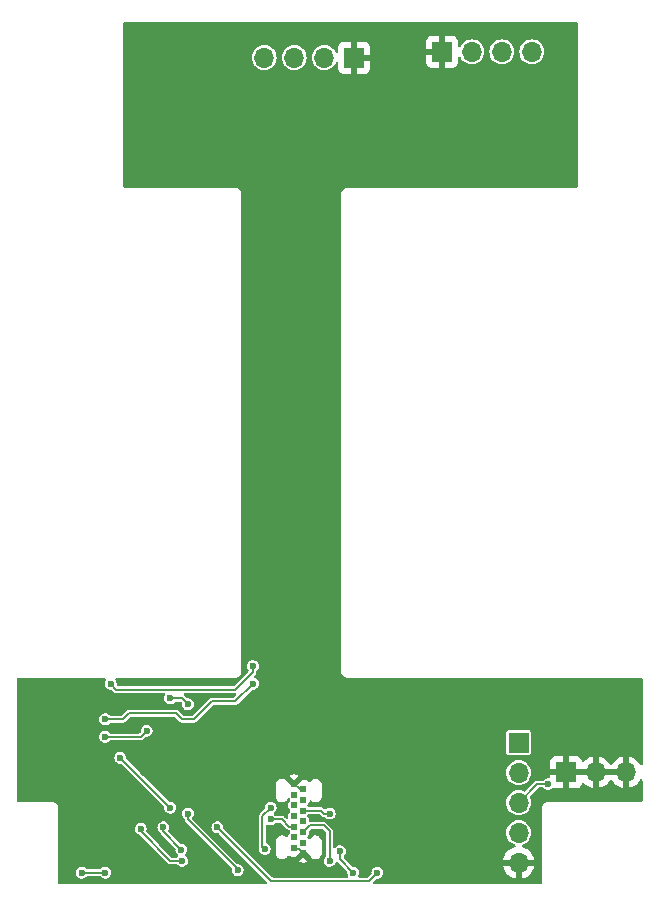
<source format=gbr>
%TF.GenerationSoftware,KiCad,Pcbnew,8.0.7*%
%TF.CreationDate,2024-12-26T00:03:12+08:00*%
%TF.ProjectId,The Button,54686520-4275-4747-946f-6e2e6b696361,rev?*%
%TF.SameCoordinates,Original*%
%TF.FileFunction,Copper,L2,Bot*%
%TF.FilePolarity,Positive*%
%FSLAX46Y46*%
G04 Gerber Fmt 4.6, Leading zero omitted, Abs format (unit mm)*
G04 Created by KiCad (PCBNEW 8.0.7) date 2024-12-26 00:03:12*
%MOMM*%
%LPD*%
G01*
G04 APERTURE LIST*
%TA.AperFunction,ComponentPad*%
%ADD10R,1.700000X1.700000*%
%TD*%
%TA.AperFunction,ComponentPad*%
%ADD11O,1.700000X1.700000*%
%TD*%
%TA.AperFunction,ComponentPad*%
%ADD12C,0.609600*%
%TD*%
%TA.AperFunction,ViaPad*%
%ADD13C,0.600000*%
%TD*%
%TA.AperFunction,Conductor*%
%ADD14C,0.200000*%
%TD*%
%TA.AperFunction,Conductor*%
%ADD15C,0.160000*%
%TD*%
G04 APERTURE END LIST*
D10*
%TO.P,J5,1,Pin_1*%
%TO.N,VDD_3V*%
X189500000Y-85500000D03*
D11*
%TO.P,J5,2,Pin_2*%
%TO.N,SWDIO*%
X189500000Y-88040000D03*
%TO.P,J5,3,Pin_3*%
%TO.N,SWDCLK*%
X189500000Y-90580000D03*
%TO.P,J5,4,Pin_4*%
%TO.N,NRST*%
X189500000Y-93120000D03*
%TO.P,J5,5,Pin_5*%
%TO.N,GND*%
X189500000Y-95660000D03*
%TD*%
D10*
%TO.P,J1,1,Pin_1*%
%TO.N,GND*%
X193500000Y-88000000D03*
D11*
%TO.P,J1,2,Pin_2*%
X196040000Y-88000000D03*
%TO.P,J1,3,Pin_3*%
X198580000Y-88000000D03*
%TD*%
D10*
%TO.P,J3,1,Pin_1*%
%TO.N,GND*%
X183000000Y-27000000D03*
D11*
%TO.P,J3,2,Pin_2*%
%TO.N,Net-(J3-Pin_2)*%
X185540000Y-27000000D03*
%TO.P,J3,3,Pin_3*%
%TO.N,Net-(J3-Pin_3)*%
X188080000Y-27000000D03*
%TO.P,J3,4,Pin_4*%
%TO.N,Net-(J3-Pin_4)*%
X190620000Y-27000000D03*
%TD*%
D12*
%TO.P,J2,A1,GND*%
%TO.N,GND*%
X170500000Y-94399999D03*
%TO.P,J2,A4,VBUS*%
%TO.N,VDDA_5V*%
X170500000Y-93499998D03*
%TO.P,J2,A5,CC1*%
%TO.N,Net-(J2-CC1)*%
X170500000Y-92600000D03*
%TO.P,J2,A6,DP1*%
%TO.N,D_P*%
X170500000Y-91699999D03*
%TO.P,J2,A7,DN1*%
%TO.N,D_N*%
X170500000Y-90799999D03*
%TO.P,J2,A9,VBUS*%
%TO.N,VDDA_5V*%
X170500000Y-89900000D03*
%TO.P,J2,A12,GND*%
%TO.N,GND*%
X170500000Y-89000000D03*
%TO.P,J2,B1,GND*%
X171280001Y-89450000D03*
%TO.P,J2,B4,VBUS*%
%TO.N,VDDA_5V*%
X171280001Y-90350000D03*
%TO.P,J2,B5,CC2*%
%TO.N,Net-(J2-CC2)*%
X171280001Y-91249999D03*
%TO.P,J2,B6,DP2*%
%TO.N,D_P*%
X171280001Y-92149999D03*
%TO.P,J2,B7,DN2*%
%TO.N,D_N*%
X171280001Y-93050000D03*
%TO.P,J2,B9,VBUS*%
%TO.N,VDDA_5V*%
X171280001Y-93949998D03*
%TO.P,J2,B12,GND*%
%TO.N,GND*%
X171280001Y-94849999D03*
%TD*%
D10*
%TO.P,J4,1,Pin_1*%
%TO.N,GND*%
X175580000Y-27500000D03*
D11*
%TO.P,J4,2,Pin_2*%
%TO.N,/BTN_LO*%
X173040000Y-27500000D03*
%TO.P,J4,3,Pin_3*%
%TO.N,/BTN_HI*%
X170500000Y-27500000D03*
%TO.P,J4,4,Pin_4*%
%TO.N,/BTN_KEY*%
X167960000Y-27500000D03*
%TD*%
D13*
%TO.N,GND*%
X171500000Y-80500000D03*
X162000000Y-89500000D03*
X172000000Y-30000000D03*
X189500000Y-30000000D03*
X186500000Y-96500000D03*
X180500000Y-85500000D03*
X184710000Y-93000000D03*
X170247954Y-79747954D03*
X173000000Y-81000000D03*
X162853575Y-83654610D03*
X186500000Y-87500000D03*
X153000000Y-94500000D03*
X184000000Y-33000000D03*
X166500000Y-93500000D03*
X159977283Y-92009659D03*
X149000000Y-86500000D03*
X158000000Y-86500000D03*
X173500000Y-83000000D03*
X155000000Y-87000000D03*
X157500000Y-83730000D03*
X181500000Y-93500000D03*
X149500000Y-90000000D03*
X193500000Y-81500000D03*
X151500000Y-96500000D03*
X152210000Y-91502046D03*
X156500000Y-94500000D03*
X169500000Y-34500000D03*
X167500000Y-84500000D03*
X152000000Y-82000000D03*
X186000000Y-81000000D03*
X169000000Y-29500000D03*
%TO.N,/BTN_KEY*%
X154950457Y-80500000D03*
X167000000Y-79000000D03*
%TO.N,/BTN_HI*%
X154500000Y-83500000D03*
X167000000Y-80500000D03*
%TO.N,/BTN_LO*%
X158000000Y-84500000D03*
X154500000Y-85000000D03*
%TO.N,USR_LED_2*%
X160000000Y-91000000D03*
X164000000Y-92662500D03*
X155775000Y-86775000D03*
X177550000Y-96500002D03*
%TO.N,Net-(D3-K)*%
X174375088Y-94687585D03*
X175500000Y-96500000D03*
%TO.N,USR_LED_1*%
X161500000Y-91500000D03*
X165712500Y-96287500D03*
%TO.N,D_N*%
X173500000Y-95500000D03*
X168000000Y-94500000D03*
X154500000Y-96500000D03*
X168500000Y-91000000D03*
X152500000Y-96500000D03*
%TO.N,Net-(J2-CC2)*%
X173500000Y-91500000D03*
%TO.N,Net-(J2-CC1)*%
X168500000Y-92000000D03*
%TO.N,Net-(J3-Pin_2)*%
X160000000Y-81730000D03*
X161500000Y-82230000D03*
%TO.N,SWDIO*%
X161000000Y-95500000D03*
X157500000Y-92790000D03*
%TO.N,SWDCLK*%
X159426814Y-92657338D03*
X160953448Y-94542459D03*
X192000000Y-89000000D03*
%TD*%
D14*
%TO.N,GND*%
X170500000Y-94500000D02*
X170930002Y-94500000D01*
X170930002Y-94500000D02*
X171280001Y-94849999D01*
X170950000Y-89450000D02*
X170500000Y-89000000D01*
X171280001Y-89450000D02*
X170950000Y-89450000D01*
X170500000Y-94399999D02*
X170500000Y-94500000D01*
%TO.N,/BTN_KEY*%
X165500000Y-81000000D02*
X155450457Y-81000000D01*
X155450457Y-81000000D02*
X154950457Y-80500000D01*
X167000000Y-79500000D02*
X165500000Y-81000000D01*
X167000000Y-79000000D02*
X167000000Y-79500000D01*
%TO.N,/BTN_HI*%
X154500000Y-83500000D02*
X156000000Y-83500000D01*
X162000000Y-83500000D02*
X163500000Y-82000000D01*
X165500000Y-82000000D02*
X167000000Y-80500000D01*
X163500000Y-82000000D02*
X165500000Y-82000000D01*
X161000000Y-83500000D02*
X162000000Y-83500000D01*
X160500000Y-83000000D02*
X161000000Y-83500000D01*
X156000000Y-83500000D02*
X156500000Y-83000000D01*
X156500000Y-83000000D02*
X160500000Y-83000000D01*
D15*
%TO.N,/BTN_LO*%
X157500000Y-85000000D02*
X158000000Y-84500000D01*
X154500000Y-85000000D02*
X157500000Y-85000000D01*
D14*
%TO.N,USR_LED_2*%
X164000000Y-92662500D02*
X168567500Y-97230000D01*
X155775000Y-86775000D02*
X160000000Y-91000000D01*
X168567500Y-97230000D02*
X176820002Y-97230000D01*
X176820002Y-97230000D02*
X177550000Y-96500002D01*
%TO.N,Net-(D3-K)*%
X174375088Y-94687585D02*
X174375088Y-95375088D01*
X174375088Y-95375088D02*
X175500000Y-96500000D01*
D15*
%TO.N,USR_LED_1*%
X161500000Y-92000000D02*
X165712500Y-96212500D01*
X161500000Y-91500000D02*
X161500000Y-92000000D01*
X165712500Y-96212500D02*
X165712500Y-96287500D01*
%TO.N,D_N*%
X167790000Y-94290000D02*
X167790000Y-91710000D01*
X173500000Y-93000000D02*
X173000000Y-92500000D01*
X173500000Y-95500000D02*
X173500000Y-93000000D01*
X171830001Y-92500000D02*
X171280001Y-93050000D01*
X168000000Y-94500000D02*
X167790000Y-94290000D01*
D14*
X154500000Y-96500000D02*
X152500000Y-96500000D01*
D15*
X167790000Y-91710000D02*
X168500000Y-91000000D01*
X173000000Y-92500000D02*
X171830001Y-92500000D01*
%TO.N,Net-(J2-CC2)*%
X173500000Y-91500000D02*
X173000000Y-91500000D01*
X173000000Y-91500000D02*
X172749999Y-91249999D01*
X172749999Y-91249999D02*
X171280001Y-91249999D01*
%TO.N,Net-(J2-CC1)*%
X170100000Y-92600000D02*
X169500000Y-92000000D01*
X169500000Y-92000000D02*
X168500000Y-92000000D01*
X170500000Y-92600000D02*
X170100000Y-92600000D01*
%TO.N,Net-(J3-Pin_2)*%
X161000000Y-81730000D02*
X160000000Y-81730000D01*
X161500000Y-82230000D02*
X161000000Y-81730000D01*
%TO.N,SWDIO*%
X161000000Y-95500000D02*
X160000000Y-95500000D01*
X157500000Y-93000000D02*
X157500000Y-92790000D01*
X160000000Y-95500000D02*
X157500000Y-93000000D01*
%TO.N,SWDCLK*%
X159426814Y-93015825D02*
X160953448Y-94542459D01*
X159426814Y-92657338D02*
X159426814Y-93015825D01*
X192000000Y-89000000D02*
X191080000Y-89000000D01*
X191080000Y-89000000D02*
X189500000Y-90580000D01*
%TD*%
%TA.AperFunction,Conductor*%
%TO.N,GND*%
G36*
X194442539Y-24520185D02*
G01*
X194488294Y-24572989D01*
X194499500Y-24624500D01*
X194499500Y-38375500D01*
X194479815Y-38442539D01*
X194427011Y-38488294D01*
X194375500Y-38499500D01*
X174934108Y-38499500D01*
X174806812Y-38533608D01*
X174692686Y-38599500D01*
X174692683Y-38599502D01*
X174599502Y-38692683D01*
X174599500Y-38692686D01*
X174533608Y-38806812D01*
X174499500Y-38934108D01*
X174499500Y-79565891D01*
X174533608Y-79693187D01*
X174566554Y-79750250D01*
X174599500Y-79807314D01*
X174692686Y-79900500D01*
X174806814Y-79966392D01*
X174934108Y-80000500D01*
X175065892Y-80000500D01*
X199875500Y-80000500D01*
X199942539Y-80020185D01*
X199988294Y-80072989D01*
X199999500Y-80124500D01*
X199999500Y-87290427D01*
X199979815Y-87357466D01*
X199927011Y-87403221D01*
X199857853Y-87413165D01*
X199794297Y-87384140D01*
X199763119Y-87342833D01*
X199753603Y-87322427D01*
X199753599Y-87322420D01*
X199618113Y-87128926D01*
X199618108Y-87128920D01*
X199451082Y-86961894D01*
X199257578Y-86826399D01*
X199043492Y-86726570D01*
X199043486Y-86726567D01*
X198830000Y-86669364D01*
X198830000Y-87566988D01*
X198772993Y-87534075D01*
X198645826Y-87500000D01*
X198514174Y-87500000D01*
X198387007Y-87534075D01*
X198330000Y-87566988D01*
X198330000Y-86669364D01*
X198329999Y-86669364D01*
X198116513Y-86726567D01*
X198116507Y-86726570D01*
X197902422Y-86826399D01*
X197902420Y-86826400D01*
X197708926Y-86961886D01*
X197708920Y-86961891D01*
X197541891Y-87128920D01*
X197541890Y-87128922D01*
X197411575Y-87315031D01*
X197356998Y-87358655D01*
X197287499Y-87365848D01*
X197225145Y-87334326D01*
X197208425Y-87315031D01*
X197078109Y-87128922D01*
X197078108Y-87128920D01*
X196911082Y-86961894D01*
X196717578Y-86826399D01*
X196503492Y-86726570D01*
X196503486Y-86726567D01*
X196290000Y-86669364D01*
X196290000Y-87566988D01*
X196232993Y-87534075D01*
X196105826Y-87500000D01*
X195974174Y-87500000D01*
X195847007Y-87534075D01*
X195790000Y-87566988D01*
X195790000Y-86669364D01*
X195789999Y-86669364D01*
X195576513Y-86726567D01*
X195576507Y-86726570D01*
X195362422Y-86826399D01*
X195362420Y-86826400D01*
X195168926Y-86961886D01*
X195046477Y-87084335D01*
X194985154Y-87117819D01*
X194915462Y-87112835D01*
X194859529Y-87070963D01*
X194842614Y-87039986D01*
X194793354Y-86907913D01*
X194793350Y-86907906D01*
X194707190Y-86792812D01*
X194707187Y-86792809D01*
X194592093Y-86706649D01*
X194592086Y-86706645D01*
X194457379Y-86656403D01*
X194457372Y-86656401D01*
X194397844Y-86650000D01*
X193750000Y-86650000D01*
X193750000Y-87566988D01*
X193692993Y-87534075D01*
X193565826Y-87500000D01*
X193434174Y-87500000D01*
X193307007Y-87534075D01*
X193250000Y-87566988D01*
X193250000Y-86650000D01*
X192602155Y-86650000D01*
X192542627Y-86656401D01*
X192542620Y-86656403D01*
X192407913Y-86706645D01*
X192407906Y-86706649D01*
X192292812Y-86792809D01*
X192292809Y-86792812D01*
X192206649Y-86907906D01*
X192206645Y-86907913D01*
X192156403Y-87042620D01*
X192156401Y-87042627D01*
X192150000Y-87102155D01*
X192150000Y-87750000D01*
X193066988Y-87750000D01*
X193034075Y-87807007D01*
X193000000Y-87934174D01*
X193000000Y-88065826D01*
X193034075Y-88192993D01*
X193066988Y-88250000D01*
X192150000Y-88250000D01*
X192150000Y-88375500D01*
X192130315Y-88442539D01*
X192077511Y-88488294D01*
X192026000Y-88499500D01*
X191928036Y-88499500D01*
X191789949Y-88540045D01*
X191668869Y-88617858D01*
X191617884Y-88676701D01*
X191559107Y-88714477D01*
X191524170Y-88719500D01*
X191116928Y-88719500D01*
X191043071Y-88719500D01*
X190995511Y-88732244D01*
X190971730Y-88738616D01*
X190907770Y-88775543D01*
X190907767Y-88775545D01*
X190907768Y-88775545D01*
X190082759Y-89600553D01*
X190021436Y-89634038D01*
X189951744Y-89629054D01*
X189936626Y-89622231D01*
X189903957Y-89604769D01*
X189890059Y-89600553D01*
X189705934Y-89544700D01*
X189705932Y-89544699D01*
X189705934Y-89544699D01*
X189500000Y-89524417D01*
X189294067Y-89544699D01*
X189096043Y-89604769D01*
X189060056Y-89624005D01*
X188913550Y-89702315D01*
X188913548Y-89702316D01*
X188913547Y-89702317D01*
X188753589Y-89833589D01*
X188622317Y-89993547D01*
X188622315Y-89993550D01*
X188613668Y-90009728D01*
X188524769Y-90176043D01*
X188464699Y-90374067D01*
X188444417Y-90580000D01*
X188464699Y-90785932D01*
X188476503Y-90824844D01*
X188524768Y-90983954D01*
X188622315Y-91166450D01*
X188638200Y-91185806D01*
X188753589Y-91326410D01*
X188838001Y-91395684D01*
X188913550Y-91457685D01*
X189096046Y-91555232D01*
X189294066Y-91615300D01*
X189294065Y-91615300D01*
X189312529Y-91617118D01*
X189500000Y-91635583D01*
X189705934Y-91615300D01*
X189903954Y-91555232D01*
X190086450Y-91457685D01*
X190246410Y-91326410D01*
X190377685Y-91166450D01*
X190475232Y-90983954D01*
X190535300Y-90785934D01*
X190555583Y-90580000D01*
X190535300Y-90374066D01*
X190475232Y-90176046D01*
X190457767Y-90143373D01*
X190443526Y-90074972D01*
X190468525Y-90009728D01*
X190479436Y-89997248D01*
X191159868Y-89316819D01*
X191221191Y-89283334D01*
X191247549Y-89280500D01*
X191524170Y-89280500D01*
X191591209Y-89300185D01*
X191617884Y-89323299D01*
X191668869Y-89382141D01*
X191668871Y-89382142D01*
X191668872Y-89382143D01*
X191789947Y-89459953D01*
X191789950Y-89459954D01*
X191789949Y-89459954D01*
X191928036Y-89500499D01*
X191928038Y-89500500D01*
X191928039Y-89500500D01*
X192071962Y-89500500D01*
X192071962Y-89500499D01*
X192210053Y-89459953D01*
X192331128Y-89382143D01*
X192351646Y-89358462D01*
X192410423Y-89320689D01*
X192480293Y-89320687D01*
X192488693Y-89323483D01*
X192542620Y-89343596D01*
X192542627Y-89343598D01*
X192602155Y-89349999D01*
X192602172Y-89350000D01*
X193250000Y-89350000D01*
X193250000Y-88433012D01*
X193307007Y-88465925D01*
X193434174Y-88500000D01*
X193565826Y-88500000D01*
X193692993Y-88465925D01*
X193750000Y-88433012D01*
X193750000Y-89350000D01*
X194397828Y-89350000D01*
X194397844Y-89349999D01*
X194457372Y-89343598D01*
X194457379Y-89343596D01*
X194592086Y-89293354D01*
X194592093Y-89293350D01*
X194707187Y-89207190D01*
X194707190Y-89207187D01*
X194793350Y-89092093D01*
X194793354Y-89092086D01*
X194842614Y-88960013D01*
X194884485Y-88904079D01*
X194949949Y-88879662D01*
X195018222Y-88894513D01*
X195046477Y-88915665D01*
X195168917Y-89038105D01*
X195362421Y-89173600D01*
X195576507Y-89273429D01*
X195576516Y-89273433D01*
X195790000Y-89330634D01*
X195790000Y-88433012D01*
X195847007Y-88465925D01*
X195974174Y-88500000D01*
X196105826Y-88500000D01*
X196232993Y-88465925D01*
X196290000Y-88433012D01*
X196290000Y-89330633D01*
X196503483Y-89273433D01*
X196503492Y-89273429D01*
X196717578Y-89173600D01*
X196911082Y-89038105D01*
X197078105Y-88871082D01*
X197208425Y-88684968D01*
X197263002Y-88641344D01*
X197332501Y-88634151D01*
X197394855Y-88665673D01*
X197411575Y-88684968D01*
X197541894Y-88871082D01*
X197708917Y-89038105D01*
X197902421Y-89173600D01*
X198116507Y-89273429D01*
X198116516Y-89273433D01*
X198330000Y-89330634D01*
X198330000Y-88433012D01*
X198387007Y-88465925D01*
X198514174Y-88500000D01*
X198645826Y-88500000D01*
X198772993Y-88465925D01*
X198830000Y-88433012D01*
X198830000Y-89330633D01*
X199043483Y-89273433D01*
X199043492Y-89273429D01*
X199257578Y-89173600D01*
X199451082Y-89038105D01*
X199618105Y-88871082D01*
X199753600Y-88677578D01*
X199763118Y-88657167D01*
X199809290Y-88604728D01*
X199876484Y-88585576D01*
X199943365Y-88605792D01*
X199988700Y-88658957D01*
X199999500Y-88709572D01*
X199999500Y-90375500D01*
X199979815Y-90442539D01*
X199927011Y-90488294D01*
X199875500Y-90499500D01*
X191934108Y-90499500D01*
X191806812Y-90533608D01*
X191692686Y-90599500D01*
X191692683Y-90599502D01*
X191599502Y-90692683D01*
X191599500Y-90692686D01*
X191533608Y-90806812D01*
X191499500Y-90934108D01*
X191499500Y-97375500D01*
X191479815Y-97442539D01*
X191427011Y-97488294D01*
X191375500Y-97499500D01*
X177274835Y-97499500D01*
X177207796Y-97479815D01*
X177162041Y-97427011D01*
X177152097Y-97357853D01*
X177181122Y-97294297D01*
X177187154Y-97287819D01*
X177438151Y-97036821D01*
X177499474Y-97003336D01*
X177525832Y-97000502D01*
X177621962Y-97000502D01*
X177621962Y-97000501D01*
X177760053Y-96959955D01*
X177881128Y-96882145D01*
X177975377Y-96773375D01*
X178035165Y-96642459D01*
X178055647Y-96500002D01*
X178035165Y-96357545D01*
X177975377Y-96226629D01*
X177881128Y-96117859D01*
X177760053Y-96040049D01*
X177760051Y-96040048D01*
X177760049Y-96040047D01*
X177760050Y-96040047D01*
X177621963Y-95999502D01*
X177621961Y-95999502D01*
X177478039Y-95999502D01*
X177478036Y-95999502D01*
X177339949Y-96040047D01*
X177218873Y-96117858D01*
X177124623Y-96226628D01*
X177124622Y-96226630D01*
X177064834Y-96357545D01*
X177044353Y-96500002D01*
X177044353Y-96500003D01*
X177045661Y-96509105D01*
X177035713Y-96578263D01*
X177010603Y-96614426D01*
X176731848Y-96893182D01*
X176670528Y-96926666D01*
X176644169Y-96929500D01*
X176047024Y-96929500D01*
X175979985Y-96909815D01*
X175934230Y-96857011D01*
X175924286Y-96787853D01*
X175934230Y-96753988D01*
X175985164Y-96642459D01*
X175985165Y-96642457D01*
X176005647Y-96500000D01*
X175985165Y-96357543D01*
X175925377Y-96226627D01*
X175831128Y-96117857D01*
X175710053Y-96040047D01*
X175710051Y-96040046D01*
X175710049Y-96040045D01*
X175710050Y-96040045D01*
X175571963Y-95999500D01*
X175571961Y-95999500D01*
X175475833Y-95999500D01*
X175408794Y-95979815D01*
X175388152Y-95963181D01*
X174834970Y-95409999D01*
X188169364Y-95409999D01*
X188169364Y-95410000D01*
X189066988Y-95410000D01*
X189034075Y-95467007D01*
X189000000Y-95594174D01*
X189000000Y-95725826D01*
X189034075Y-95852993D01*
X189066988Y-95910000D01*
X188169364Y-95910000D01*
X188226567Y-96123486D01*
X188226570Y-96123492D01*
X188326399Y-96337578D01*
X188461894Y-96531082D01*
X188628917Y-96698105D01*
X188822421Y-96833600D01*
X189036507Y-96933429D01*
X189036516Y-96933433D01*
X189250000Y-96990634D01*
X189250000Y-96093012D01*
X189307007Y-96125925D01*
X189434174Y-96160000D01*
X189565826Y-96160000D01*
X189692993Y-96125925D01*
X189750000Y-96093012D01*
X189750000Y-96990633D01*
X189963483Y-96933433D01*
X189963492Y-96933429D01*
X190177578Y-96833600D01*
X190371082Y-96698105D01*
X190538105Y-96531082D01*
X190673600Y-96337578D01*
X190773429Y-96123492D01*
X190773432Y-96123486D01*
X190830636Y-95910000D01*
X189933012Y-95910000D01*
X189965925Y-95852993D01*
X190000000Y-95725826D01*
X190000000Y-95594174D01*
X189965925Y-95467007D01*
X189933012Y-95410000D01*
X190830636Y-95410000D01*
X190830635Y-95409999D01*
X190773432Y-95196513D01*
X190773429Y-95196507D01*
X190673600Y-94982422D01*
X190673599Y-94982420D01*
X190538113Y-94788926D01*
X190538108Y-94788920D01*
X190371082Y-94621894D01*
X190177578Y-94486399D01*
X189963492Y-94386570D01*
X189963486Y-94386567D01*
X189841349Y-94353841D01*
X189781689Y-94317476D01*
X189751160Y-94254629D01*
X189759455Y-94185253D01*
X189803940Y-94131375D01*
X189837444Y-94115407D01*
X189903954Y-94095232D01*
X190086450Y-93997685D01*
X190246410Y-93866410D01*
X190377685Y-93706450D01*
X190475232Y-93523954D01*
X190535300Y-93325934D01*
X190555583Y-93120000D01*
X190535300Y-92914066D01*
X190475232Y-92716046D01*
X190377685Y-92533550D01*
X190295345Y-92433218D01*
X190246410Y-92373589D01*
X190126513Y-92275194D01*
X190086450Y-92242315D01*
X189903954Y-92144768D01*
X189705934Y-92084700D01*
X189705932Y-92084699D01*
X189705934Y-92084699D01*
X189500000Y-92064417D01*
X189294067Y-92084699D01*
X189096043Y-92144769D01*
X189039776Y-92174845D01*
X188913550Y-92242315D01*
X188913548Y-92242316D01*
X188913547Y-92242317D01*
X188753589Y-92373589D01*
X188622317Y-92533547D01*
X188524769Y-92716043D01*
X188464699Y-92914067D01*
X188444417Y-93120000D01*
X188464699Y-93325932D01*
X188464720Y-93326000D01*
X188524768Y-93523954D01*
X188622315Y-93706450D01*
X188622317Y-93706452D01*
X188753589Y-93866410D01*
X188850209Y-93945702D01*
X188913550Y-93997685D01*
X189096046Y-94095232D01*
X189162551Y-94115405D01*
X189220989Y-94153702D01*
X189249446Y-94217514D01*
X189238887Y-94286581D01*
X189192663Y-94338975D01*
X189158650Y-94353841D01*
X189036514Y-94386567D01*
X189036507Y-94386570D01*
X188822422Y-94486399D01*
X188822420Y-94486400D01*
X188628926Y-94621886D01*
X188628920Y-94621891D01*
X188461891Y-94788920D01*
X188461886Y-94788926D01*
X188326400Y-94982420D01*
X188326399Y-94982422D01*
X188226570Y-95196507D01*
X188226567Y-95196513D01*
X188169364Y-95409999D01*
X174834970Y-95409999D01*
X174711907Y-95286936D01*
X174678422Y-95225613D01*
X174675588Y-95199255D01*
X174675588Y-95151323D01*
X174695273Y-95084284D01*
X174705875Y-95070120D01*
X174706212Y-95069729D01*
X174706216Y-95069728D01*
X174800465Y-94960958D01*
X174860253Y-94830042D01*
X174880735Y-94687585D01*
X174860253Y-94545128D01*
X174800465Y-94414212D01*
X174706216Y-94305442D01*
X174585141Y-94227632D01*
X174585139Y-94227631D01*
X174585137Y-94227630D01*
X174585138Y-94227630D01*
X174447051Y-94187085D01*
X174447049Y-94187085D01*
X174303127Y-94187085D01*
X174303124Y-94187085D01*
X174165037Y-94227630D01*
X174043961Y-94305441D01*
X173998213Y-94358237D01*
X173939434Y-94396011D01*
X173869565Y-94396011D01*
X173810787Y-94358236D01*
X173781762Y-94294680D01*
X173780500Y-94277034D01*
X173780500Y-92963074D01*
X173780500Y-92963072D01*
X173761384Y-92891731D01*
X173724456Y-92827769D01*
X173672231Y-92775544D01*
X173672230Y-92775543D01*
X173231525Y-92334839D01*
X173231524Y-92334837D01*
X173172232Y-92275545D01*
X173172224Y-92275539D01*
X173108272Y-92238617D01*
X173108273Y-92238617D01*
X173108048Y-92238556D01*
X173107259Y-92238345D01*
X173107248Y-92238339D01*
X173107248Y-92238342D01*
X173036929Y-92219500D01*
X173036928Y-92219500D01*
X171907936Y-92219500D01*
X171840897Y-92199815D01*
X171795142Y-92147011D01*
X171785198Y-92113147D01*
X171774239Y-92036928D01*
X171769818Y-92006176D01*
X171769816Y-92006169D01*
X171723713Y-91905220D01*
X171709458Y-91874004D01*
X171629042Y-91781199D01*
X171600018Y-91717645D01*
X171609961Y-91648487D01*
X171629039Y-91618801D01*
X171668472Y-91573294D01*
X171727251Y-91535521D01*
X171762183Y-91530499D01*
X172582451Y-91530499D01*
X172649490Y-91550184D01*
X172670126Y-91566813D01*
X172827769Y-91724456D01*
X172891731Y-91761384D01*
X172963071Y-91780500D01*
X172963072Y-91780500D01*
X173024170Y-91780500D01*
X173091209Y-91800185D01*
X173117884Y-91823299D01*
X173168869Y-91882141D01*
X173168871Y-91882142D01*
X173168872Y-91882143D01*
X173289947Y-91959953D01*
X173289950Y-91959954D01*
X173289949Y-91959954D01*
X173428036Y-92000499D01*
X173428038Y-92000500D01*
X173428039Y-92000500D01*
X173571962Y-92000500D01*
X173571962Y-92000499D01*
X173710053Y-91959953D01*
X173831128Y-91882143D01*
X173925377Y-91773373D01*
X173985165Y-91642457D01*
X174005647Y-91500000D01*
X173985165Y-91357543D01*
X173925377Y-91226627D01*
X173831128Y-91117857D01*
X173710053Y-91040047D01*
X173710051Y-91040046D01*
X173710049Y-91040045D01*
X173710050Y-91040045D01*
X173571963Y-90999500D01*
X173571961Y-90999500D01*
X173428039Y-90999500D01*
X173428036Y-90999500D01*
X173289949Y-91040045D01*
X173161411Y-91122652D01*
X173159795Y-91120138D01*
X173109826Y-91142932D01*
X173040672Y-91132957D01*
X173004554Y-91107867D01*
X172922231Y-91025544D01*
X172922230Y-91025543D01*
X172858268Y-90988615D01*
X172858265Y-90988614D01*
X172840871Y-90983953D01*
X172840870Y-90983952D01*
X172786928Y-90969499D01*
X172786927Y-90969499D01*
X171762183Y-90969499D01*
X171695144Y-90949814D01*
X171668470Y-90926702D01*
X171629044Y-90881202D01*
X171600019Y-90817646D01*
X171609963Y-90748488D01*
X171629045Y-90718796D01*
X171709458Y-90625995D01*
X171748709Y-90540047D01*
X171769816Y-90493829D01*
X171769816Y-90493825D01*
X171769818Y-90493823D01*
X171771130Y-90484697D01*
X171800153Y-90421142D01*
X171858930Y-90383366D01*
X171928800Y-90383364D01*
X171981549Y-90414661D01*
X172012686Y-90445798D01*
X172126814Y-90511690D01*
X172254108Y-90545798D01*
X172254110Y-90545798D01*
X172385890Y-90545798D01*
X172385892Y-90545798D01*
X172513186Y-90511690D01*
X172627314Y-90445798D01*
X172720500Y-90352612D01*
X172786392Y-90238484D01*
X172820500Y-90111190D01*
X172820500Y-88988806D01*
X172786392Y-88861512D01*
X172784100Y-88857543D01*
X172766891Y-88827735D01*
X172720500Y-88747384D01*
X172627314Y-88654198D01*
X172570250Y-88621252D01*
X172513187Y-88588306D01*
X172449539Y-88571252D01*
X172385892Y-88554198D01*
X172254108Y-88554198D01*
X172126812Y-88588306D01*
X172012686Y-88654198D01*
X172012683Y-88654200D01*
X171919502Y-88747381D01*
X171919495Y-88747390D01*
X171918635Y-88748881D01*
X171917580Y-88749886D01*
X171914552Y-88753833D01*
X171913936Y-88753360D01*
X171868065Y-88797093D01*
X171799457Y-88810312D01*
X171745280Y-88791868D01*
X171631399Y-88720312D01*
X171460213Y-88660412D01*
X171273503Y-88639375D01*
X171272656Y-88639328D01*
X171220141Y-88633411D01*
X170764457Y-89089095D01*
X170703134Y-89122580D01*
X170667348Y-89120020D01*
X170672265Y-89115104D01*
X170703200Y-89040419D01*
X170703200Y-88959581D01*
X170672265Y-88884896D01*
X170615104Y-88827735D01*
X170540419Y-88796800D01*
X170459581Y-88796800D01*
X170384896Y-88827735D01*
X170327735Y-88884896D01*
X170296800Y-88959581D01*
X170296800Y-89040419D01*
X170327735Y-89115104D01*
X170334104Y-89121473D01*
X170279889Y-89117596D01*
X170235542Y-89089095D01*
X169779857Y-88633409D01*
X169779784Y-88633418D01*
X169710962Y-88621365D01*
X169703907Y-88617591D01*
X169680539Y-88604099D01*
X169653187Y-88588307D01*
X169589539Y-88571253D01*
X169525892Y-88554199D01*
X169394108Y-88554199D01*
X169266812Y-88588307D01*
X169152686Y-88654199D01*
X169152683Y-88654201D01*
X169059502Y-88747382D01*
X169059500Y-88747385D01*
X168993608Y-88861511D01*
X168959500Y-88988807D01*
X168959500Y-90111190D01*
X168993608Y-90238486D01*
X169001381Y-90251949D01*
X169059500Y-90352613D01*
X169152686Y-90445799D01*
X169235861Y-90493820D01*
X169266810Y-90511689D01*
X169266814Y-90511691D01*
X169394108Y-90545799D01*
X169394110Y-90545799D01*
X169525890Y-90545799D01*
X169525892Y-90545799D01*
X169653186Y-90511691D01*
X169767314Y-90445799D01*
X169860500Y-90352613D01*
X169918619Y-90251947D01*
X169969185Y-90203734D01*
X170037792Y-90190510D01*
X170102656Y-90216478D01*
X170119717Y-90232746D01*
X170150955Y-90268796D01*
X170179981Y-90332351D01*
X170170038Y-90401510D01*
X170150956Y-90431201D01*
X170070547Y-90523998D01*
X170070541Y-90524007D01*
X170010184Y-90656169D01*
X170010182Y-90656177D01*
X169989504Y-90799999D01*
X170010182Y-90943820D01*
X170010184Y-90943828D01*
X170070541Y-91075990D01*
X170070543Y-91075994D01*
X170128545Y-91142932D01*
X170150957Y-91168796D01*
X170179982Y-91232352D01*
X170170038Y-91301510D01*
X170150957Y-91331202D01*
X170070544Y-91424002D01*
X170070541Y-91424007D01*
X170010184Y-91556169D01*
X170010182Y-91556177D01*
X169989504Y-91699999D01*
X170002446Y-91790013D01*
X169992502Y-91859172D01*
X169946747Y-91911976D01*
X169879708Y-91931660D01*
X169812668Y-91911975D01*
X169792027Y-91895341D01*
X169731526Y-91834840D01*
X169731524Y-91834837D01*
X169672232Y-91775545D01*
X169672231Y-91775544D01*
X169608269Y-91738616D01*
X169608264Y-91738614D01*
X169565731Y-91727217D01*
X169565730Y-91727216D01*
X169536931Y-91719500D01*
X169536929Y-91719500D01*
X169536928Y-91719500D01*
X168975830Y-91719500D01*
X168908791Y-91699815D01*
X168882116Y-91676701D01*
X168831128Y-91617857D01*
X168831129Y-91617857D01*
X168810058Y-91604316D01*
X168764302Y-91551513D01*
X168754358Y-91482354D01*
X168783382Y-91418798D01*
X168810058Y-91395684D01*
X168831125Y-91382145D01*
X168831125Y-91382144D01*
X168831128Y-91382143D01*
X168925377Y-91273373D01*
X168985165Y-91142457D01*
X169005647Y-91000000D01*
X168985165Y-90857543D01*
X168925377Y-90726627D01*
X168831128Y-90617857D01*
X168710053Y-90540047D01*
X168710051Y-90540046D01*
X168710049Y-90540045D01*
X168710050Y-90540045D01*
X168571963Y-90499500D01*
X168571961Y-90499500D01*
X168428039Y-90499500D01*
X168428036Y-90499500D01*
X168289949Y-90540045D01*
X168168873Y-90617856D01*
X168074623Y-90726626D01*
X168074622Y-90726628D01*
X168014834Y-90857543D01*
X167994353Y-91000000D01*
X167999216Y-91033825D01*
X167989272Y-91102983D01*
X167964159Y-91139152D01*
X167617771Y-91485542D01*
X167565545Y-91537767D01*
X167565541Y-91537772D01*
X167532785Y-91594507D01*
X167532786Y-91594508D01*
X167528615Y-91601731D01*
X167509811Y-91671913D01*
X167509802Y-91671945D01*
X167509500Y-91673070D01*
X167509500Y-94326927D01*
X167510561Y-94334985D01*
X167509794Y-94335085D01*
X167512217Y-94375750D01*
X167494353Y-94499999D01*
X167514834Y-94642456D01*
X167535444Y-94687585D01*
X167574623Y-94773373D01*
X167668872Y-94882143D01*
X167789947Y-94959953D01*
X167789950Y-94959954D01*
X167789949Y-94959954D01*
X167928036Y-95000499D01*
X167928038Y-95000500D01*
X167928039Y-95000500D01*
X168071962Y-95000500D01*
X168071962Y-95000499D01*
X168192514Y-94965103D01*
X168210050Y-94959954D01*
X168210050Y-94959953D01*
X168210053Y-94959953D01*
X168331128Y-94882143D01*
X168425377Y-94773373D01*
X168485165Y-94642457D01*
X168505647Y-94500000D01*
X168485165Y-94357543D01*
X168425377Y-94226627D01*
X168331128Y-94117857D01*
X168276118Y-94082504D01*
X168210051Y-94040045D01*
X168159565Y-94025222D01*
X168100787Y-93987448D01*
X168071762Y-93923892D01*
X168070500Y-93906245D01*
X168070500Y-92546012D01*
X168090185Y-92478973D01*
X168142989Y-92433218D01*
X168212147Y-92423274D01*
X168261540Y-92441697D01*
X168289947Y-92459953D01*
X168289948Y-92459953D01*
X168289949Y-92459954D01*
X168428036Y-92500499D01*
X168428038Y-92500500D01*
X168428039Y-92500500D01*
X168571962Y-92500500D01*
X168571962Y-92500499D01*
X168710053Y-92459953D01*
X168831128Y-92382143D01*
X168882116Y-92323299D01*
X168940893Y-92285523D01*
X168975830Y-92280500D01*
X169332452Y-92280500D01*
X169399491Y-92300185D01*
X169420132Y-92316818D01*
X169875543Y-92772230D01*
X169875544Y-92772231D01*
X169927769Y-92824456D01*
X169927771Y-92824457D01*
X169927775Y-92824460D01*
X169966833Y-92847010D01*
X169966836Y-92847011D01*
X169991731Y-92861384D01*
X170041166Y-92874630D01*
X170100824Y-92910994D01*
X170102764Y-92913180D01*
X170150957Y-92968797D01*
X170179981Y-93032350D01*
X170170038Y-93101509D01*
X170150956Y-93131200D01*
X170070547Y-93223997D01*
X170070541Y-93224006D01*
X170010184Y-93356168D01*
X170010182Y-93356175D01*
X170002585Y-93409018D01*
X169973559Y-93472573D01*
X169914781Y-93510347D01*
X169844911Y-93510347D01*
X169792166Y-93479051D01*
X169767316Y-93454201D01*
X169767314Y-93454199D01*
X169705994Y-93418796D01*
X169653187Y-93388307D01*
X169589539Y-93371253D01*
X169525892Y-93354199D01*
X169394108Y-93354199D01*
X169266812Y-93388307D01*
X169152686Y-93454199D01*
X169152683Y-93454201D01*
X169059502Y-93547382D01*
X169059500Y-93547385D01*
X168993608Y-93661511D01*
X168962933Y-93775993D01*
X168959500Y-93788807D01*
X168959500Y-94911191D01*
X168972566Y-94959953D01*
X168993608Y-95038486D01*
X169020050Y-95084284D01*
X169059500Y-95152613D01*
X169152686Y-95245799D01*
X169266814Y-95311691D01*
X169394108Y-95345799D01*
X169394110Y-95345799D01*
X169525890Y-95345799D01*
X169525892Y-95345799D01*
X169653186Y-95311691D01*
X169767314Y-95245799D01*
X169860500Y-95152613D01*
X169882543Y-95114432D01*
X169933110Y-95066218D01*
X170001717Y-95052994D01*
X170055902Y-95071440D01*
X170148597Y-95129685D01*
X170319787Y-95189586D01*
X170506493Y-95210622D01*
X170507349Y-95210671D01*
X170559857Y-95216588D01*
X171015543Y-94760903D01*
X171076866Y-94727418D01*
X171112653Y-94729977D01*
X171107736Y-94734895D01*
X171076801Y-94809580D01*
X171076801Y-94890418D01*
X171107736Y-94965103D01*
X171164897Y-95022264D01*
X171239582Y-95053199D01*
X171320420Y-95053199D01*
X171395105Y-95022264D01*
X171452266Y-94965103D01*
X171483201Y-94890418D01*
X171483201Y-94809580D01*
X171452266Y-94734895D01*
X171445895Y-94728524D01*
X171500110Y-94732402D01*
X171544458Y-94760903D01*
X171885185Y-95101630D01*
X171904890Y-95127309D01*
X171919499Y-95152612D01*
X171919500Y-95152613D01*
X172012686Y-95245799D01*
X172126814Y-95311691D01*
X172254108Y-95345799D01*
X172254110Y-95345799D01*
X172385890Y-95345799D01*
X172385892Y-95345799D01*
X172513186Y-95311691D01*
X172627314Y-95245799D01*
X172720500Y-95152613D01*
X172786392Y-95038485D01*
X172820500Y-94911191D01*
X172820500Y-93788807D01*
X172786392Y-93661513D01*
X172720500Y-93547385D01*
X172627314Y-93454199D01*
X172565994Y-93418796D01*
X172513187Y-93388307D01*
X172449539Y-93371253D01*
X172385892Y-93354199D01*
X172254108Y-93354199D01*
X172126812Y-93388307D01*
X172012686Y-93454199D01*
X172012683Y-93454201D01*
X171919502Y-93547382D01*
X171919500Y-93547385D01*
X171878706Y-93618042D01*
X171828138Y-93666257D01*
X171759531Y-93679479D01*
X171694667Y-93653511D01*
X171677607Y-93637245D01*
X171660967Y-93618042D01*
X171629043Y-93581200D01*
X171600019Y-93517648D01*
X171609962Y-93448489D01*
X171629045Y-93418796D01*
X171655464Y-93388307D01*
X171709458Y-93325995D01*
X171756034Y-93224006D01*
X171769816Y-93193829D01*
X171769818Y-93193821D01*
X171772935Y-93172143D01*
X171790497Y-93050000D01*
X171785023Y-93011932D01*
X171794966Y-92942778D01*
X171820078Y-92906609D01*
X171909870Y-92816818D01*
X171971193Y-92783333D01*
X171997550Y-92780500D01*
X172832452Y-92780500D01*
X172899491Y-92800185D01*
X172920133Y-92816819D01*
X173183181Y-93079867D01*
X173216666Y-93141190D01*
X173219500Y-93167548D01*
X173219500Y-95017611D01*
X173199815Y-95084650D01*
X173174109Y-95110363D01*
X173175572Y-95112052D01*
X173168866Y-95117862D01*
X173074625Y-95226622D01*
X173074622Y-95226628D01*
X173014834Y-95357543D01*
X172994353Y-95500000D01*
X173014834Y-95642456D01*
X173052282Y-95724454D01*
X173074623Y-95773373D01*
X173168872Y-95882143D01*
X173289947Y-95959953D01*
X173289950Y-95959954D01*
X173289949Y-95959954D01*
X173397107Y-95991417D01*
X173424633Y-95999500D01*
X173428036Y-96000499D01*
X173428038Y-96000500D01*
X173428039Y-96000500D01*
X173571962Y-96000500D01*
X173571962Y-96000499D01*
X173686029Y-95967007D01*
X173710050Y-95959954D01*
X173710050Y-95959953D01*
X173710053Y-95959953D01*
X173831128Y-95882143D01*
X173925377Y-95773373D01*
X173983811Y-95645421D01*
X174029563Y-95592621D01*
X174096603Y-95572936D01*
X174163642Y-95592620D01*
X174184284Y-95609255D01*
X174960604Y-96385575D01*
X174994089Y-96446898D01*
X174995661Y-96490902D01*
X174994353Y-96500000D01*
X174995662Y-96509105D01*
X175014834Y-96642456D01*
X175065770Y-96753988D01*
X175075714Y-96823147D01*
X175046689Y-96886702D01*
X174987911Y-96924477D01*
X174952976Y-96929500D01*
X168743333Y-96929500D01*
X168676294Y-96909815D01*
X168655652Y-96893181D01*
X167332612Y-95570141D01*
X170913411Y-95570141D01*
X170928600Y-95579685D01*
X171099788Y-95639586D01*
X171279998Y-95659891D01*
X171280004Y-95659891D01*
X171460216Y-95639586D01*
X171631399Y-95579686D01*
X171631403Y-95579684D01*
X171646590Y-95570140D01*
X171280002Y-95203552D01*
X171280001Y-95203552D01*
X170913411Y-95570141D01*
X167332612Y-95570141D01*
X164539395Y-92776924D01*
X164505910Y-92715601D01*
X164504339Y-92671594D01*
X164505647Y-92662500D01*
X164485165Y-92520043D01*
X164425377Y-92389127D01*
X164331128Y-92280357D01*
X164210053Y-92202547D01*
X164210051Y-92202546D01*
X164210049Y-92202545D01*
X164210050Y-92202545D01*
X164071963Y-92162000D01*
X164071961Y-92162000D01*
X163928039Y-92162000D01*
X163928036Y-92162000D01*
X163789949Y-92202545D01*
X163668873Y-92280356D01*
X163574623Y-92389126D01*
X163574622Y-92389128D01*
X163514834Y-92520043D01*
X163494353Y-92662500D01*
X163514834Y-92804956D01*
X163573062Y-92932456D01*
X163574623Y-92935873D01*
X163668872Y-93044643D01*
X163789947Y-93122453D01*
X163789950Y-93122454D01*
X163789949Y-93122454D01*
X163853760Y-93141190D01*
X163925280Y-93162190D01*
X163928036Y-93162999D01*
X163928038Y-93163000D01*
X164024167Y-93163000D01*
X164091206Y-93182685D01*
X164111848Y-93199319D01*
X168200348Y-97287819D01*
X168233833Y-97349142D01*
X168228849Y-97418834D01*
X168186977Y-97474767D01*
X168121513Y-97499184D01*
X168112667Y-97499500D01*
X150624500Y-97499500D01*
X150557461Y-97479815D01*
X150511706Y-97427011D01*
X150500500Y-97375500D01*
X150500500Y-96500000D01*
X151994353Y-96500000D01*
X152014834Y-96642456D01*
X152062786Y-96747454D01*
X152074623Y-96773373D01*
X152168872Y-96882143D01*
X152289947Y-96959953D01*
X152289950Y-96959954D01*
X152289949Y-96959954D01*
X152394435Y-96990633D01*
X152425287Y-96999692D01*
X152428036Y-97000499D01*
X152428038Y-97000500D01*
X152428039Y-97000500D01*
X152571962Y-97000500D01*
X152571962Y-97000499D01*
X152710043Y-96959956D01*
X152710050Y-96959954D01*
X152710050Y-96959953D01*
X152710053Y-96959953D01*
X152831128Y-96882143D01*
X152864788Y-96843296D01*
X152923567Y-96805523D01*
X152958501Y-96800500D01*
X154041499Y-96800500D01*
X154108538Y-96820185D01*
X154135211Y-96843296D01*
X154168872Y-96882143D01*
X154289947Y-96959953D01*
X154289950Y-96959954D01*
X154289949Y-96959954D01*
X154394435Y-96990633D01*
X154425287Y-96999692D01*
X154428036Y-97000499D01*
X154428038Y-97000500D01*
X154428039Y-97000500D01*
X154571962Y-97000500D01*
X154571962Y-97000499D01*
X154710043Y-96959956D01*
X154710050Y-96959954D01*
X154710050Y-96959953D01*
X154710053Y-96959953D01*
X154831128Y-96882143D01*
X154925377Y-96773373D01*
X154985165Y-96642457D01*
X155005647Y-96500000D01*
X154985165Y-96357543D01*
X154925377Y-96226627D01*
X154831128Y-96117857D01*
X154710053Y-96040047D01*
X154710051Y-96040046D01*
X154710049Y-96040045D01*
X154710050Y-96040045D01*
X154571963Y-95999500D01*
X154571961Y-95999500D01*
X154428039Y-95999500D01*
X154428036Y-95999500D01*
X154289949Y-96040045D01*
X154168873Y-96117856D01*
X154168872Y-96117856D01*
X154168872Y-96117857D01*
X154163995Y-96123486D01*
X154135212Y-96156703D01*
X154076433Y-96194477D01*
X154041499Y-96199500D01*
X152958501Y-96199500D01*
X152891462Y-96179815D01*
X152864788Y-96156703D01*
X152831128Y-96117857D01*
X152710053Y-96040047D01*
X152710051Y-96040046D01*
X152710049Y-96040045D01*
X152710050Y-96040045D01*
X152571963Y-95999500D01*
X152571961Y-95999500D01*
X152428039Y-95999500D01*
X152428036Y-95999500D01*
X152289949Y-96040045D01*
X152168873Y-96117856D01*
X152168872Y-96117856D01*
X152168872Y-96117857D01*
X152163989Y-96123492D01*
X152074623Y-96226626D01*
X152074622Y-96226628D01*
X152014834Y-96357543D01*
X151994353Y-96500000D01*
X150500500Y-96500000D01*
X150500500Y-92790000D01*
X156994353Y-92790000D01*
X157014834Y-92932456D01*
X157074622Y-93063371D01*
X157074623Y-93063373D01*
X157168872Y-93172143D01*
X157289947Y-93249953D01*
X157349219Y-93267356D01*
X157401965Y-93298651D01*
X159827769Y-95724456D01*
X159891731Y-95761384D01*
X159963071Y-95780500D01*
X159963072Y-95780500D01*
X160524170Y-95780500D01*
X160591209Y-95800185D01*
X160617884Y-95823299D01*
X160668869Y-95882141D01*
X160668871Y-95882142D01*
X160668872Y-95882143D01*
X160789947Y-95959953D01*
X160789950Y-95959954D01*
X160789949Y-95959954D01*
X160897107Y-95991417D01*
X160924633Y-95999500D01*
X160928036Y-96000499D01*
X160928038Y-96000500D01*
X160928039Y-96000500D01*
X161071962Y-96000500D01*
X161071962Y-96000499D01*
X161186029Y-95967007D01*
X161210050Y-95959954D01*
X161210050Y-95959953D01*
X161210053Y-95959953D01*
X161331128Y-95882143D01*
X161425377Y-95773373D01*
X161485165Y-95642457D01*
X161505647Y-95500000D01*
X161485165Y-95357543D01*
X161425377Y-95226627D01*
X161331128Y-95117857D01*
X161331125Y-95117855D01*
X161331125Y-95117854D01*
X161314054Y-95106884D01*
X161268298Y-95054081D01*
X161258354Y-94984922D01*
X161287375Y-94921370D01*
X161378825Y-94815832D01*
X161438613Y-94684916D01*
X161459095Y-94542459D01*
X161438613Y-94400002D01*
X161378825Y-94269086D01*
X161284576Y-94160316D01*
X161163501Y-94082506D01*
X161163499Y-94082505D01*
X161163497Y-94082504D01*
X161163498Y-94082504D01*
X161025411Y-94041959D01*
X161025409Y-94041959D01*
X160900997Y-94041959D01*
X160833958Y-94022274D01*
X160813316Y-94005640D01*
X160355058Y-93547382D01*
X159877389Y-93069714D01*
X159843905Y-93008392D01*
X159848889Y-92938701D01*
X159852277Y-92930522D01*
X159859792Y-92914067D01*
X159911979Y-92799795D01*
X159932461Y-92657338D01*
X159911979Y-92514881D01*
X159852191Y-92383965D01*
X159757942Y-92275195D01*
X159636867Y-92197385D01*
X159636865Y-92197384D01*
X159636863Y-92197383D01*
X159636864Y-92197383D01*
X159498777Y-92156838D01*
X159498775Y-92156838D01*
X159354853Y-92156838D01*
X159354850Y-92156838D01*
X159216763Y-92197383D01*
X159095687Y-92275194D01*
X159001437Y-92383964D01*
X159001436Y-92383966D01*
X158941648Y-92514881D01*
X158921167Y-92657338D01*
X158941648Y-92799794D01*
X158969776Y-92861384D01*
X159001437Y-92930711D01*
X159095686Y-93039481D01*
X159112056Y-93050001D01*
X159112221Y-93050107D01*
X159157976Y-93102911D01*
X159164955Y-93122324D01*
X159165430Y-93124094D01*
X159187424Y-93162190D01*
X159202357Y-93188054D01*
X159202359Y-93188057D01*
X159261648Y-93247346D01*
X159261654Y-93247351D01*
X160417607Y-94403305D01*
X160451092Y-94464628D01*
X160452664Y-94508631D01*
X160447801Y-94542457D01*
X160447801Y-94542458D01*
X160468282Y-94684915D01*
X160515783Y-94788926D01*
X160528071Y-94815832D01*
X160622320Y-94924602D01*
X160639393Y-94935574D01*
X160685148Y-94988378D01*
X160695092Y-95057537D01*
X160666069Y-95121090D01*
X160617885Y-95176700D01*
X160559108Y-95214476D01*
X160524170Y-95219500D01*
X160167549Y-95219500D01*
X160100510Y-95199815D01*
X160079868Y-95183181D01*
X159050389Y-94153702D01*
X157997127Y-93100441D01*
X157963643Y-93039119D01*
X157968627Y-92969427D01*
X157972008Y-92961266D01*
X157985165Y-92932457D01*
X158005647Y-92790000D01*
X157985165Y-92647543D01*
X157925377Y-92516627D01*
X157831128Y-92407857D01*
X157710053Y-92330047D01*
X157710051Y-92330046D01*
X157710049Y-92330045D01*
X157710050Y-92330045D01*
X157571963Y-92289500D01*
X157571961Y-92289500D01*
X157428039Y-92289500D01*
X157428036Y-92289500D01*
X157289949Y-92330045D01*
X157168873Y-92407856D01*
X157074623Y-92516626D01*
X157074622Y-92516628D01*
X157014834Y-92647543D01*
X156994353Y-92790000D01*
X150500500Y-92790000D01*
X150500500Y-90934110D01*
X150500500Y-90934108D01*
X150466392Y-90806814D01*
X150400500Y-90692686D01*
X150307314Y-90599500D01*
X150250250Y-90566554D01*
X150193187Y-90533608D01*
X150111382Y-90511689D01*
X150065892Y-90499500D01*
X150065891Y-90499500D01*
X147124500Y-90499500D01*
X147057461Y-90479815D01*
X147011706Y-90427011D01*
X147000500Y-90375500D01*
X147000500Y-86775000D01*
X155269353Y-86775000D01*
X155289834Y-86917456D01*
X155329678Y-87004700D01*
X155349623Y-87048373D01*
X155443872Y-87157143D01*
X155564947Y-87234953D01*
X155564950Y-87234954D01*
X155564949Y-87234954D01*
X155672107Y-87266417D01*
X155700280Y-87274690D01*
X155703036Y-87275499D01*
X155703038Y-87275500D01*
X155799167Y-87275500D01*
X155866206Y-87295185D01*
X155886848Y-87311819D01*
X159460604Y-90885575D01*
X159494089Y-90946898D01*
X159495661Y-90990902D01*
X159494353Y-90999999D01*
X159514834Y-91142456D01*
X159553275Y-91226628D01*
X159574623Y-91273373D01*
X159668872Y-91382143D01*
X159789947Y-91459953D01*
X159789950Y-91459954D01*
X159789949Y-91459954D01*
X159877096Y-91485542D01*
X159926336Y-91500000D01*
X159928036Y-91500499D01*
X159928038Y-91500500D01*
X159928039Y-91500500D01*
X160071962Y-91500500D01*
X160071962Y-91500499D01*
X160073661Y-91500000D01*
X160994353Y-91500000D01*
X161014834Y-91642456D01*
X161053544Y-91727217D01*
X161074623Y-91773373D01*
X161168872Y-91882143D01*
X161168874Y-91882144D01*
X161175577Y-91887953D01*
X161173331Y-91890543D01*
X161208265Y-91930811D01*
X161219500Y-91982388D01*
X161219500Y-92036928D01*
X161238616Y-92108269D01*
X161260983Y-92147011D01*
X161275543Y-92172229D01*
X161275545Y-92172232D01*
X161334834Y-92231521D01*
X161334840Y-92231526D01*
X165186087Y-96082774D01*
X165219572Y-96144097D01*
X165221144Y-96188102D01*
X165206853Y-96287499D01*
X165227334Y-96429956D01*
X165255168Y-96490902D01*
X165287123Y-96560873D01*
X165381372Y-96669643D01*
X165502447Y-96747453D01*
X165502450Y-96747454D01*
X165502449Y-96747454D01*
X165590723Y-96773373D01*
X165640038Y-96787853D01*
X165640536Y-96787999D01*
X165640538Y-96788000D01*
X165640539Y-96788000D01*
X165784462Y-96788000D01*
X165784462Y-96787999D01*
X165922553Y-96747453D01*
X166043628Y-96669643D01*
X166137877Y-96560873D01*
X166197665Y-96429957D01*
X166218147Y-96287500D01*
X166197665Y-96145043D01*
X166137877Y-96014127D01*
X166043628Y-95905357D01*
X165922553Y-95827547D01*
X165922551Y-95827546D01*
X165922549Y-95827545D01*
X165922550Y-95827545D01*
X165784463Y-95787000D01*
X165784461Y-95787000D01*
X165735049Y-95787000D01*
X165668010Y-95767315D01*
X165647368Y-95750681D01*
X161888483Y-91991796D01*
X161854998Y-91930473D01*
X161859982Y-91860781D01*
X161882449Y-91822914D01*
X161925377Y-91773373D01*
X161985165Y-91642457D01*
X162005647Y-91500000D01*
X161985165Y-91357543D01*
X161925377Y-91226627D01*
X161831128Y-91117857D01*
X161710053Y-91040047D01*
X161710051Y-91040046D01*
X161710049Y-91040045D01*
X161710050Y-91040045D01*
X161571963Y-90999500D01*
X161571961Y-90999500D01*
X161428039Y-90999500D01*
X161428036Y-90999500D01*
X161289949Y-91040045D01*
X161168873Y-91117856D01*
X161074623Y-91226626D01*
X161074622Y-91226628D01*
X161014834Y-91357543D01*
X160994353Y-91500000D01*
X160073661Y-91500000D01*
X160210053Y-91459953D01*
X160331128Y-91382143D01*
X160425377Y-91273373D01*
X160485165Y-91142457D01*
X160505647Y-91000000D01*
X160485165Y-90857543D01*
X160425377Y-90726627D01*
X160331128Y-90617857D01*
X160210053Y-90540047D01*
X160210051Y-90540046D01*
X160210049Y-90540045D01*
X160210050Y-90540045D01*
X160071963Y-90499500D01*
X160071961Y-90499500D01*
X159975833Y-90499500D01*
X159908794Y-90479815D01*
X159888152Y-90463181D01*
X157704828Y-88279857D01*
X170133409Y-88279857D01*
X170500000Y-88646446D01*
X170500001Y-88646446D01*
X170866589Y-88279857D01*
X170866588Y-88279856D01*
X170851400Y-88270313D01*
X170680212Y-88210412D01*
X170500003Y-88190108D01*
X170499997Y-88190108D01*
X170319789Y-88210412D01*
X170148600Y-88270313D01*
X170133409Y-88279857D01*
X157704828Y-88279857D01*
X157464971Y-88040000D01*
X188444417Y-88040000D01*
X188464699Y-88245932D01*
X188464700Y-88245934D01*
X188524768Y-88443954D01*
X188622315Y-88626450D01*
X188628635Y-88634151D01*
X188753589Y-88786410D01*
X188840266Y-88857543D01*
X188913550Y-88917685D01*
X189096046Y-89015232D01*
X189294066Y-89075300D01*
X189294065Y-89075300D01*
X189312529Y-89077118D01*
X189500000Y-89095583D01*
X189705934Y-89075300D01*
X189903954Y-89015232D01*
X190086450Y-88917685D01*
X190246410Y-88786410D01*
X190377685Y-88626450D01*
X190475232Y-88443954D01*
X190535300Y-88245934D01*
X190555583Y-88040000D01*
X190535300Y-87834066D01*
X190475232Y-87636046D01*
X190377685Y-87453550D01*
X190299807Y-87358655D01*
X190246410Y-87293589D01*
X190086452Y-87162317D01*
X190086453Y-87162317D01*
X190086450Y-87162315D01*
X189903954Y-87064768D01*
X189705934Y-87004700D01*
X189705932Y-87004699D01*
X189705934Y-87004699D01*
X189500000Y-86984417D01*
X189294067Y-87004699D01*
X189096043Y-87064769D01*
X189026100Y-87102155D01*
X188913550Y-87162315D01*
X188913548Y-87162316D01*
X188913547Y-87162317D01*
X188753589Y-87293589D01*
X188622317Y-87453547D01*
X188524769Y-87636043D01*
X188464699Y-87834067D01*
X188444417Y-88040000D01*
X157464971Y-88040000D01*
X156314395Y-86889424D01*
X156280910Y-86828101D01*
X156279339Y-86784094D01*
X156280647Y-86775000D01*
X156260165Y-86632543D01*
X156200377Y-86501627D01*
X156106128Y-86392857D01*
X155985053Y-86315047D01*
X155985051Y-86315046D01*
X155985049Y-86315045D01*
X155985050Y-86315045D01*
X155846963Y-86274500D01*
X155846961Y-86274500D01*
X155703039Y-86274500D01*
X155703036Y-86274500D01*
X155564949Y-86315045D01*
X155443873Y-86392856D01*
X155349623Y-86501626D01*
X155349622Y-86501628D01*
X155289834Y-86632543D01*
X155269353Y-86775000D01*
X147000500Y-86775000D01*
X147000500Y-85000000D01*
X153994353Y-85000000D01*
X154014834Y-85142456D01*
X154023773Y-85162029D01*
X154074623Y-85273373D01*
X154168872Y-85382143D01*
X154289947Y-85459953D01*
X154289950Y-85459954D01*
X154289949Y-85459954D01*
X154428036Y-85500499D01*
X154428038Y-85500500D01*
X154428039Y-85500500D01*
X154571962Y-85500500D01*
X154571962Y-85500499D01*
X154710053Y-85459953D01*
X154831128Y-85382143D01*
X154882116Y-85323299D01*
X154940893Y-85285523D01*
X154975830Y-85280500D01*
X157536927Y-85280500D01*
X157536929Y-85280500D01*
X157608269Y-85261384D01*
X157672231Y-85224456D01*
X157724456Y-85172231D01*
X157724456Y-85172229D01*
X157734657Y-85162029D01*
X157734660Y-85162024D01*
X157859868Y-85036817D01*
X157921191Y-85003334D01*
X157947548Y-85000500D01*
X158071962Y-85000500D01*
X158071962Y-85000499D01*
X158210053Y-84959953D01*
X158331128Y-84882143D01*
X158425377Y-84773373D01*
X158485165Y-84642457D01*
X158486921Y-84630247D01*
X188449500Y-84630247D01*
X188449500Y-86369752D01*
X188461131Y-86428229D01*
X188461132Y-86428230D01*
X188505447Y-86494552D01*
X188571769Y-86538867D01*
X188571770Y-86538868D01*
X188630247Y-86550499D01*
X188630250Y-86550500D01*
X188630252Y-86550500D01*
X190369750Y-86550500D01*
X190369751Y-86550499D01*
X190384568Y-86547552D01*
X190428229Y-86538868D01*
X190428229Y-86538867D01*
X190428231Y-86538867D01*
X190494552Y-86494552D01*
X190538867Y-86428231D01*
X190538867Y-86428229D01*
X190538868Y-86428229D01*
X190550499Y-86369752D01*
X190550500Y-86369750D01*
X190550500Y-84630249D01*
X190550499Y-84630247D01*
X190538868Y-84571770D01*
X190538867Y-84571769D01*
X190494552Y-84505447D01*
X190428230Y-84461132D01*
X190428229Y-84461131D01*
X190369752Y-84449500D01*
X190369748Y-84449500D01*
X188630252Y-84449500D01*
X188630247Y-84449500D01*
X188571770Y-84461131D01*
X188571769Y-84461132D01*
X188505447Y-84505447D01*
X188461132Y-84571769D01*
X188461131Y-84571770D01*
X188449500Y-84630247D01*
X158486921Y-84630247D01*
X158505647Y-84500000D01*
X158485165Y-84357543D01*
X158425377Y-84226627D01*
X158331128Y-84117857D01*
X158210053Y-84040047D01*
X158210051Y-84040046D01*
X158210049Y-84040045D01*
X158210050Y-84040045D01*
X158071963Y-83999500D01*
X158071961Y-83999500D01*
X157928039Y-83999500D01*
X157928036Y-83999500D01*
X157789949Y-84040045D01*
X157668873Y-84117856D01*
X157574623Y-84226626D01*
X157574622Y-84226628D01*
X157514834Y-84357543D01*
X157494353Y-84500000D01*
X157499216Y-84533825D01*
X157489272Y-84602983D01*
X157464160Y-84639151D01*
X157420132Y-84683180D01*
X157358809Y-84716666D01*
X157332450Y-84719500D01*
X154975830Y-84719500D01*
X154908791Y-84699815D01*
X154882116Y-84676701D01*
X154831130Y-84617858D01*
X154759415Y-84571770D01*
X154710053Y-84540047D01*
X154710051Y-84540046D01*
X154710049Y-84540045D01*
X154710050Y-84540045D01*
X154571963Y-84499500D01*
X154571961Y-84499500D01*
X154428039Y-84499500D01*
X154428036Y-84499500D01*
X154289949Y-84540045D01*
X154168873Y-84617856D01*
X154074623Y-84726626D01*
X154074622Y-84726628D01*
X154014834Y-84857543D01*
X153994353Y-85000000D01*
X147000500Y-85000000D01*
X147000500Y-80124500D01*
X147020185Y-80057461D01*
X147072989Y-80011706D01*
X147124500Y-80000500D01*
X154449498Y-80000500D01*
X154516537Y-80020185D01*
X154562292Y-80072989D01*
X154572236Y-80142147D01*
X154543211Y-80205703D01*
X154525080Y-80226627D01*
X154525079Y-80226628D01*
X154465291Y-80357543D01*
X154444810Y-80500000D01*
X154465291Y-80642456D01*
X154491343Y-80699500D01*
X154525080Y-80773373D01*
X154619329Y-80882143D01*
X154740404Y-80959953D01*
X154740407Y-80959954D01*
X154740406Y-80959954D01*
X154847564Y-80991417D01*
X154875737Y-80999690D01*
X154878493Y-81000499D01*
X154878495Y-81000500D01*
X154974624Y-81000500D01*
X155041663Y-81020185D01*
X155062305Y-81036819D01*
X155265946Y-81240460D01*
X155334469Y-81280022D01*
X155410895Y-81300500D01*
X155490019Y-81300500D01*
X159452976Y-81300500D01*
X159520015Y-81320185D01*
X159565770Y-81372989D01*
X159575714Y-81442147D01*
X159565770Y-81476012D01*
X159514834Y-81587543D01*
X159494353Y-81730000D01*
X159514834Y-81872456D01*
X159553275Y-81956628D01*
X159574623Y-82003373D01*
X159668872Y-82112143D01*
X159789947Y-82189953D01*
X159789950Y-82189954D01*
X159789949Y-82189954D01*
X159897107Y-82221417D01*
X159926336Y-82230000D01*
X159928036Y-82230499D01*
X159928038Y-82230500D01*
X159928039Y-82230500D01*
X160071962Y-82230500D01*
X160071962Y-82230499D01*
X160210053Y-82189953D01*
X160331128Y-82112143D01*
X160382116Y-82053299D01*
X160440893Y-82015523D01*
X160475830Y-82010500D01*
X160832451Y-82010500D01*
X160899490Y-82030185D01*
X160920132Y-82046819D01*
X160964159Y-82090846D01*
X160997644Y-82152169D01*
X160999216Y-82196172D01*
X160994353Y-82230000D01*
X160997297Y-82250481D01*
X161014834Y-82372456D01*
X161074622Y-82503371D01*
X161074623Y-82503373D01*
X161168872Y-82612143D01*
X161289947Y-82689953D01*
X161289950Y-82689954D01*
X161289949Y-82689954D01*
X161428036Y-82730499D01*
X161428038Y-82730500D01*
X161428039Y-82730500D01*
X161571962Y-82730500D01*
X161571962Y-82730499D01*
X161710053Y-82689953D01*
X161831128Y-82612143D01*
X161925377Y-82503373D01*
X161985165Y-82372457D01*
X162005647Y-82230000D01*
X161985165Y-82087543D01*
X161925377Y-81956627D01*
X161831128Y-81847857D01*
X161710053Y-81770047D01*
X161710051Y-81770046D01*
X161710049Y-81770045D01*
X161710050Y-81770045D01*
X161571963Y-81729500D01*
X161571961Y-81729500D01*
X161447549Y-81729500D01*
X161380510Y-81709815D01*
X161359871Y-81693185D01*
X161231520Y-81564834D01*
X161231516Y-81564829D01*
X161178868Y-81512181D01*
X161145383Y-81450858D01*
X161150367Y-81381166D01*
X161192239Y-81325233D01*
X161257703Y-81300816D01*
X161266549Y-81300500D01*
X165475167Y-81300500D01*
X165542206Y-81320185D01*
X165587961Y-81372989D01*
X165597905Y-81442147D01*
X165568880Y-81505703D01*
X165562848Y-81512181D01*
X165411848Y-81663181D01*
X165350525Y-81696666D01*
X165324167Y-81699500D01*
X163460438Y-81699500D01*
X163422224Y-81709739D01*
X163384009Y-81719979D01*
X163384004Y-81719982D01*
X163315495Y-81759535D01*
X163315487Y-81759541D01*
X161911848Y-83163181D01*
X161850525Y-83196666D01*
X161824167Y-83199500D01*
X161175833Y-83199500D01*
X161108794Y-83179815D01*
X161088152Y-83163181D01*
X160684512Y-82759541D01*
X160684504Y-82759535D01*
X160615995Y-82719982D01*
X160615990Y-82719979D01*
X160590513Y-82713152D01*
X160539562Y-82699500D01*
X156539562Y-82699500D01*
X156460438Y-82699500D01*
X156384010Y-82719978D01*
X156315489Y-82759540D01*
X156315486Y-82759542D01*
X155911848Y-83163181D01*
X155850525Y-83196666D01*
X155824167Y-83199500D01*
X154958501Y-83199500D01*
X154891462Y-83179815D01*
X154864788Y-83156703D01*
X154831128Y-83117857D01*
X154710053Y-83040047D01*
X154710051Y-83040046D01*
X154710049Y-83040045D01*
X154710050Y-83040045D01*
X154571963Y-82999500D01*
X154571961Y-82999500D01*
X154428039Y-82999500D01*
X154428036Y-82999500D01*
X154289949Y-83040045D01*
X154168873Y-83117856D01*
X154074623Y-83226626D01*
X154074622Y-83226628D01*
X154014834Y-83357543D01*
X153994353Y-83500000D01*
X154014834Y-83642456D01*
X154059592Y-83740460D01*
X154074623Y-83773373D01*
X154168872Y-83882143D01*
X154289947Y-83959953D01*
X154289950Y-83959954D01*
X154289949Y-83959954D01*
X154397107Y-83991417D01*
X154424633Y-83999500D01*
X154428036Y-84000499D01*
X154428038Y-84000500D01*
X154428039Y-84000500D01*
X154571962Y-84000500D01*
X154571962Y-84000499D01*
X154710053Y-83959953D01*
X154831128Y-83882143D01*
X154864788Y-83843296D01*
X154923567Y-83805523D01*
X154958501Y-83800500D01*
X156039560Y-83800500D01*
X156039562Y-83800500D01*
X156115989Y-83780021D01*
X156184511Y-83740460D01*
X156240460Y-83684511D01*
X156588152Y-83336819D01*
X156649475Y-83303334D01*
X156675833Y-83300500D01*
X160324167Y-83300500D01*
X160391206Y-83320185D01*
X160411848Y-83336819D01*
X160815489Y-83740460D01*
X160872492Y-83773371D01*
X160884008Y-83780020D01*
X160884012Y-83780022D01*
X160960438Y-83800500D01*
X160960440Y-83800500D01*
X162039560Y-83800500D01*
X162039562Y-83800500D01*
X162115989Y-83780021D01*
X162184511Y-83740460D01*
X162240460Y-83684511D01*
X163588152Y-82336819D01*
X163649475Y-82303334D01*
X163675833Y-82300500D01*
X165539560Y-82300500D01*
X165539562Y-82300500D01*
X165615989Y-82280021D01*
X165684511Y-82240460D01*
X165740460Y-82184511D01*
X166888151Y-81036818D01*
X166949474Y-81003334D01*
X166975832Y-81000500D01*
X167071962Y-81000500D01*
X167071962Y-81000499D01*
X167210053Y-80959953D01*
X167331128Y-80882143D01*
X167425377Y-80773373D01*
X167485165Y-80642457D01*
X167505647Y-80500000D01*
X167485165Y-80357543D01*
X167425377Y-80226627D01*
X167331128Y-80117857D01*
X167210053Y-80040047D01*
X167210050Y-80040045D01*
X167159246Y-80025128D01*
X167100468Y-79987353D01*
X167071443Y-79923798D01*
X167081387Y-79854639D01*
X167106496Y-79818474D01*
X167240460Y-79684511D01*
X167280021Y-79615989D01*
X167300500Y-79539562D01*
X167300500Y-79463738D01*
X167320185Y-79396699D01*
X167330787Y-79382535D01*
X167331124Y-79382144D01*
X167331128Y-79382143D01*
X167425377Y-79273373D01*
X167485165Y-79142457D01*
X167505647Y-79000000D01*
X167485165Y-78857543D01*
X167425377Y-78726627D01*
X167331128Y-78617857D01*
X167210053Y-78540047D01*
X167210051Y-78540046D01*
X167210049Y-78540045D01*
X167210050Y-78540045D01*
X167071963Y-78499500D01*
X167071961Y-78499500D01*
X166928039Y-78499500D01*
X166928036Y-78499500D01*
X166789949Y-78540045D01*
X166668873Y-78617856D01*
X166574623Y-78726626D01*
X166574622Y-78726628D01*
X166514834Y-78857543D01*
X166494353Y-79000000D01*
X166514834Y-79142456D01*
X166574622Y-79273371D01*
X166574625Y-79273376D01*
X166604418Y-79307760D01*
X166633442Y-79371316D01*
X166623498Y-79440474D01*
X166598385Y-79476642D01*
X165411848Y-80663181D01*
X165350525Y-80696666D01*
X165324167Y-80699500D01*
X155626290Y-80699500D01*
X155559251Y-80679815D01*
X155538609Y-80663181D01*
X155489852Y-80614424D01*
X155456367Y-80553101D01*
X155454796Y-80509094D01*
X155456104Y-80500000D01*
X155435622Y-80357543D01*
X155375834Y-80226627D01*
X155357702Y-80205702D01*
X155328678Y-80142147D01*
X155338622Y-80072989D01*
X155384376Y-80020185D01*
X155451416Y-80000500D01*
X165565890Y-80000500D01*
X165565892Y-80000500D01*
X165693186Y-79966392D01*
X165807314Y-79900500D01*
X165900500Y-79807314D01*
X165966392Y-79693186D01*
X166000500Y-79565892D01*
X166000500Y-38934108D01*
X165966392Y-38806814D01*
X165900500Y-38692686D01*
X165807314Y-38599500D01*
X165750250Y-38566554D01*
X165693187Y-38533608D01*
X165629539Y-38516554D01*
X165565892Y-38499500D01*
X165565891Y-38499500D01*
X156124500Y-38499500D01*
X156057461Y-38479815D01*
X156011706Y-38427011D01*
X156000500Y-38375500D01*
X156000500Y-27500000D01*
X166904417Y-27500000D01*
X166924699Y-27705932D01*
X166924700Y-27705934D01*
X166984768Y-27903954D01*
X167082315Y-28086450D01*
X167086946Y-28092093D01*
X167213589Y-28246410D01*
X167310209Y-28325702D01*
X167373550Y-28377685D01*
X167556046Y-28475232D01*
X167754066Y-28535300D01*
X167754065Y-28535300D01*
X167772529Y-28537118D01*
X167960000Y-28555583D01*
X168165934Y-28535300D01*
X168363954Y-28475232D01*
X168546450Y-28377685D01*
X168706410Y-28246410D01*
X168837685Y-28086450D01*
X168935232Y-27903954D01*
X168995300Y-27705934D01*
X169015583Y-27500000D01*
X169444417Y-27500000D01*
X169464699Y-27705932D01*
X169464700Y-27705934D01*
X169524768Y-27903954D01*
X169622315Y-28086450D01*
X169626946Y-28092093D01*
X169753589Y-28246410D01*
X169850209Y-28325702D01*
X169913550Y-28377685D01*
X170096046Y-28475232D01*
X170294066Y-28535300D01*
X170294065Y-28535300D01*
X170312529Y-28537118D01*
X170500000Y-28555583D01*
X170705934Y-28535300D01*
X170903954Y-28475232D01*
X171086450Y-28377685D01*
X171246410Y-28246410D01*
X171377685Y-28086450D01*
X171475232Y-27903954D01*
X171535300Y-27705934D01*
X171555583Y-27500000D01*
X171984417Y-27500000D01*
X172004699Y-27705932D01*
X172004700Y-27705934D01*
X172064768Y-27903954D01*
X172162315Y-28086450D01*
X172166946Y-28092093D01*
X172293589Y-28246410D01*
X172390209Y-28325702D01*
X172453550Y-28377685D01*
X172636046Y-28475232D01*
X172834066Y-28535300D01*
X172834065Y-28535300D01*
X172852529Y-28537118D01*
X173040000Y-28555583D01*
X173245934Y-28535300D01*
X173443954Y-28475232D01*
X173626450Y-28377685D01*
X173786410Y-28246410D01*
X173917685Y-28086450D01*
X173996643Y-27938730D01*
X174045605Y-27888888D01*
X174113742Y-27873428D01*
X174179422Y-27897260D01*
X174221791Y-27952818D01*
X174230000Y-27997186D01*
X174230000Y-28397844D01*
X174236401Y-28457372D01*
X174236403Y-28457379D01*
X174286645Y-28592086D01*
X174286649Y-28592093D01*
X174372809Y-28707187D01*
X174372812Y-28707190D01*
X174487906Y-28793350D01*
X174487913Y-28793354D01*
X174622620Y-28843596D01*
X174622627Y-28843598D01*
X174682155Y-28849999D01*
X174682172Y-28850000D01*
X175330000Y-28850000D01*
X175330000Y-27933012D01*
X175387007Y-27965925D01*
X175514174Y-28000000D01*
X175645826Y-28000000D01*
X175772993Y-27965925D01*
X175830000Y-27933012D01*
X175830000Y-28850000D01*
X176477828Y-28850000D01*
X176477844Y-28849999D01*
X176537372Y-28843598D01*
X176537379Y-28843596D01*
X176672086Y-28793354D01*
X176672093Y-28793350D01*
X176787187Y-28707190D01*
X176787190Y-28707187D01*
X176873350Y-28592093D01*
X176873354Y-28592086D01*
X176923596Y-28457379D01*
X176923598Y-28457372D01*
X176929999Y-28397844D01*
X176930000Y-28397827D01*
X176930000Y-27750000D01*
X176013012Y-27750000D01*
X176045925Y-27692993D01*
X176080000Y-27565826D01*
X176080000Y-27434174D01*
X176045925Y-27307007D01*
X176013012Y-27250000D01*
X176930000Y-27250000D01*
X176930000Y-26602172D01*
X176929999Y-26602155D01*
X176923598Y-26542627D01*
X176923596Y-26542620D01*
X176873354Y-26407913D01*
X176873350Y-26407906D01*
X176787190Y-26292812D01*
X176787187Y-26292809D01*
X176672093Y-26206649D01*
X176672086Y-26206645D01*
X176537379Y-26156403D01*
X176537372Y-26156401D01*
X176477844Y-26150000D01*
X175830000Y-26150000D01*
X175830000Y-27066988D01*
X175772993Y-27034075D01*
X175645826Y-27000000D01*
X175514174Y-27000000D01*
X175387007Y-27034075D01*
X175330000Y-27066988D01*
X175330000Y-26150000D01*
X174682155Y-26150000D01*
X174622627Y-26156401D01*
X174622620Y-26156403D01*
X174487913Y-26206645D01*
X174487906Y-26206649D01*
X174372812Y-26292809D01*
X174372809Y-26292812D01*
X174286649Y-26407906D01*
X174286645Y-26407913D01*
X174236403Y-26542620D01*
X174236401Y-26542627D01*
X174230000Y-26602155D01*
X174230000Y-27002813D01*
X174210315Y-27069852D01*
X174157511Y-27115607D01*
X174088353Y-27125551D01*
X174024797Y-27096526D01*
X173996642Y-27061267D01*
X173917685Y-26913550D01*
X173830248Y-26807007D01*
X173786410Y-26753589D01*
X173626452Y-26622317D01*
X173626453Y-26622317D01*
X173626450Y-26622315D01*
X173443954Y-26524768D01*
X173245934Y-26464700D01*
X173245932Y-26464699D01*
X173245934Y-26464699D01*
X173040000Y-26444417D01*
X172834067Y-26464699D01*
X172636043Y-26524769D01*
X172525898Y-26583643D01*
X172453550Y-26622315D01*
X172453548Y-26622316D01*
X172453547Y-26622317D01*
X172293589Y-26753589D01*
X172162317Y-26913547D01*
X172064769Y-27096043D01*
X172004699Y-27294067D01*
X171984417Y-27500000D01*
X171555583Y-27500000D01*
X171535300Y-27294066D01*
X171475232Y-27096046D01*
X171377685Y-26913550D01*
X171290248Y-26807007D01*
X171246410Y-26753589D01*
X171086452Y-26622317D01*
X171086453Y-26622317D01*
X171086450Y-26622315D01*
X170903954Y-26524768D01*
X170705934Y-26464700D01*
X170705932Y-26464699D01*
X170705934Y-26464699D01*
X170500000Y-26444417D01*
X170294067Y-26464699D01*
X170096043Y-26524769D01*
X169985898Y-26583643D01*
X169913550Y-26622315D01*
X169913548Y-26622316D01*
X169913547Y-26622317D01*
X169753589Y-26753589D01*
X169622317Y-26913547D01*
X169524769Y-27096043D01*
X169464699Y-27294067D01*
X169444417Y-27500000D01*
X169015583Y-27500000D01*
X168995300Y-27294066D01*
X168935232Y-27096046D01*
X168837685Y-26913550D01*
X168750248Y-26807007D01*
X168706410Y-26753589D01*
X168546452Y-26622317D01*
X168546453Y-26622317D01*
X168546450Y-26622315D01*
X168363954Y-26524768D01*
X168165934Y-26464700D01*
X168165932Y-26464699D01*
X168165934Y-26464699D01*
X167960000Y-26444417D01*
X167754067Y-26464699D01*
X167556043Y-26524769D01*
X167445898Y-26583643D01*
X167373550Y-26622315D01*
X167373548Y-26622316D01*
X167373547Y-26622317D01*
X167213589Y-26753589D01*
X167082317Y-26913547D01*
X166984769Y-27096043D01*
X166924699Y-27294067D01*
X166904417Y-27500000D01*
X156000500Y-27500000D01*
X156000500Y-26102155D01*
X181650000Y-26102155D01*
X181650000Y-26750000D01*
X182566988Y-26750000D01*
X182534075Y-26807007D01*
X182500000Y-26934174D01*
X182500000Y-27065826D01*
X182534075Y-27192993D01*
X182566988Y-27250000D01*
X181650000Y-27250000D01*
X181650000Y-27897844D01*
X181656401Y-27957372D01*
X181656403Y-27957379D01*
X181706645Y-28092086D01*
X181706649Y-28092093D01*
X181792809Y-28207187D01*
X181792812Y-28207190D01*
X181907906Y-28293350D01*
X181907913Y-28293354D01*
X182042620Y-28343596D01*
X182042627Y-28343598D01*
X182102155Y-28349999D01*
X182102172Y-28350000D01*
X182750000Y-28350000D01*
X182750000Y-27433012D01*
X182807007Y-27465925D01*
X182934174Y-27500000D01*
X183065826Y-27500000D01*
X183192993Y-27465925D01*
X183250000Y-27433012D01*
X183250000Y-28350000D01*
X183897828Y-28350000D01*
X183897844Y-28349999D01*
X183957372Y-28343598D01*
X183957379Y-28343596D01*
X184092086Y-28293354D01*
X184092093Y-28293350D01*
X184207187Y-28207190D01*
X184207190Y-28207187D01*
X184293350Y-28092093D01*
X184293354Y-28092086D01*
X184343596Y-27957379D01*
X184343598Y-27957372D01*
X184349999Y-27897844D01*
X184350000Y-27897827D01*
X184350000Y-27497186D01*
X184369685Y-27430147D01*
X184422489Y-27384392D01*
X184491647Y-27374448D01*
X184555203Y-27403473D01*
X184583356Y-27438729D01*
X184662315Y-27586450D01*
X184662317Y-27586452D01*
X184793589Y-27746410D01*
X184867428Y-27807007D01*
X184953550Y-27877685D01*
X185136046Y-27975232D01*
X185334066Y-28035300D01*
X185334065Y-28035300D01*
X185352529Y-28037118D01*
X185540000Y-28055583D01*
X185745934Y-28035300D01*
X185943954Y-27975232D01*
X186126450Y-27877685D01*
X186286410Y-27746410D01*
X186417685Y-27586450D01*
X186515232Y-27403954D01*
X186575300Y-27205934D01*
X186595583Y-27000000D01*
X187024417Y-27000000D01*
X187044699Y-27205932D01*
X187074734Y-27304944D01*
X187104768Y-27403954D01*
X187202315Y-27586450D01*
X187202317Y-27586452D01*
X187333589Y-27746410D01*
X187407428Y-27807007D01*
X187493550Y-27877685D01*
X187676046Y-27975232D01*
X187874066Y-28035300D01*
X187874065Y-28035300D01*
X187892529Y-28037118D01*
X188080000Y-28055583D01*
X188285934Y-28035300D01*
X188483954Y-27975232D01*
X188666450Y-27877685D01*
X188826410Y-27746410D01*
X188957685Y-27586450D01*
X189055232Y-27403954D01*
X189115300Y-27205934D01*
X189135583Y-27000000D01*
X189564417Y-27000000D01*
X189584699Y-27205932D01*
X189614734Y-27304944D01*
X189644768Y-27403954D01*
X189742315Y-27586450D01*
X189742317Y-27586452D01*
X189873589Y-27746410D01*
X189947428Y-27807007D01*
X190033550Y-27877685D01*
X190216046Y-27975232D01*
X190414066Y-28035300D01*
X190414065Y-28035300D01*
X190432529Y-28037118D01*
X190620000Y-28055583D01*
X190825934Y-28035300D01*
X191023954Y-27975232D01*
X191206450Y-27877685D01*
X191366410Y-27746410D01*
X191497685Y-27586450D01*
X191595232Y-27403954D01*
X191655300Y-27205934D01*
X191675583Y-27000000D01*
X191655300Y-26794066D01*
X191595232Y-26596046D01*
X191497685Y-26413550D01*
X191445702Y-26350209D01*
X191366410Y-26253589D01*
X191206452Y-26122317D01*
X191206453Y-26122317D01*
X191206450Y-26122315D01*
X191023954Y-26024768D01*
X190825934Y-25964700D01*
X190825932Y-25964699D01*
X190825934Y-25964699D01*
X190620000Y-25944417D01*
X190414067Y-25964699D01*
X190216043Y-26024769D01*
X190182634Y-26042627D01*
X190033550Y-26122315D01*
X190033548Y-26122316D01*
X190033547Y-26122317D01*
X189873589Y-26253589D01*
X189742317Y-26413547D01*
X189644769Y-26596043D01*
X189584699Y-26794067D01*
X189564417Y-27000000D01*
X189135583Y-27000000D01*
X189115300Y-26794066D01*
X189055232Y-26596046D01*
X188957685Y-26413550D01*
X188905702Y-26350209D01*
X188826410Y-26253589D01*
X188666452Y-26122317D01*
X188666453Y-26122317D01*
X188666450Y-26122315D01*
X188483954Y-26024768D01*
X188285934Y-25964700D01*
X188285932Y-25964699D01*
X188285934Y-25964699D01*
X188080000Y-25944417D01*
X187874067Y-25964699D01*
X187676043Y-26024769D01*
X187642634Y-26042627D01*
X187493550Y-26122315D01*
X187493548Y-26122316D01*
X187493547Y-26122317D01*
X187333589Y-26253589D01*
X187202317Y-26413547D01*
X187104769Y-26596043D01*
X187044699Y-26794067D01*
X187024417Y-27000000D01*
X186595583Y-27000000D01*
X186575300Y-26794066D01*
X186515232Y-26596046D01*
X186417685Y-26413550D01*
X186365702Y-26350209D01*
X186286410Y-26253589D01*
X186126452Y-26122317D01*
X186126453Y-26122317D01*
X186126450Y-26122315D01*
X185943954Y-26024768D01*
X185745934Y-25964700D01*
X185745932Y-25964699D01*
X185745934Y-25964699D01*
X185540000Y-25944417D01*
X185334067Y-25964699D01*
X185136043Y-26024769D01*
X185102634Y-26042627D01*
X184953550Y-26122315D01*
X184953548Y-26122316D01*
X184953547Y-26122317D01*
X184793589Y-26253589D01*
X184666941Y-26407913D01*
X184662315Y-26413550D01*
X184593325Y-26542620D01*
X184583358Y-26561267D01*
X184534395Y-26611111D01*
X184466257Y-26626571D01*
X184400578Y-26602739D01*
X184358209Y-26547181D01*
X184350000Y-26502813D01*
X184350000Y-26102172D01*
X184349999Y-26102155D01*
X184343598Y-26042627D01*
X184343596Y-26042620D01*
X184293354Y-25907913D01*
X184293350Y-25907906D01*
X184207190Y-25792812D01*
X184207187Y-25792809D01*
X184092093Y-25706649D01*
X184092086Y-25706645D01*
X183957379Y-25656403D01*
X183957372Y-25656401D01*
X183897844Y-25650000D01*
X183250000Y-25650000D01*
X183250000Y-26566988D01*
X183192993Y-26534075D01*
X183065826Y-26500000D01*
X182934174Y-26500000D01*
X182807007Y-26534075D01*
X182750000Y-26566988D01*
X182750000Y-25650000D01*
X182102155Y-25650000D01*
X182042627Y-25656401D01*
X182042620Y-25656403D01*
X181907913Y-25706645D01*
X181907906Y-25706649D01*
X181792812Y-25792809D01*
X181792809Y-25792812D01*
X181706649Y-25907906D01*
X181706645Y-25907913D01*
X181656403Y-26042620D01*
X181656401Y-26042627D01*
X181650000Y-26102155D01*
X156000500Y-26102155D01*
X156000500Y-24624500D01*
X156020185Y-24557461D01*
X156072989Y-24511706D01*
X156124500Y-24500500D01*
X194375500Y-24500500D01*
X194442539Y-24520185D01*
G37*
%TD.AperFunction*%
%TA.AperFunction,Conductor*%
G36*
X195574075Y-87807007D02*
G01*
X195540000Y-87934174D01*
X195540000Y-88065826D01*
X195574075Y-88192993D01*
X195606988Y-88250000D01*
X193933012Y-88250000D01*
X193965925Y-88192993D01*
X194000000Y-88065826D01*
X194000000Y-87934174D01*
X193965925Y-87807007D01*
X193933012Y-87750000D01*
X195606988Y-87750000D01*
X195574075Y-87807007D01*
G37*
%TD.AperFunction*%
%TA.AperFunction,Conductor*%
G36*
X198114075Y-87807007D02*
G01*
X198080000Y-87934174D01*
X198080000Y-88065826D01*
X198114075Y-88192993D01*
X198146988Y-88250000D01*
X196473012Y-88250000D01*
X196505925Y-88192993D01*
X196540000Y-88065826D01*
X196540000Y-87934174D01*
X196505925Y-87807007D01*
X196473012Y-87750000D01*
X198146988Y-87750000D01*
X198114075Y-87807007D01*
G37*
%TD.AperFunction*%
%TD*%
M02*

</source>
